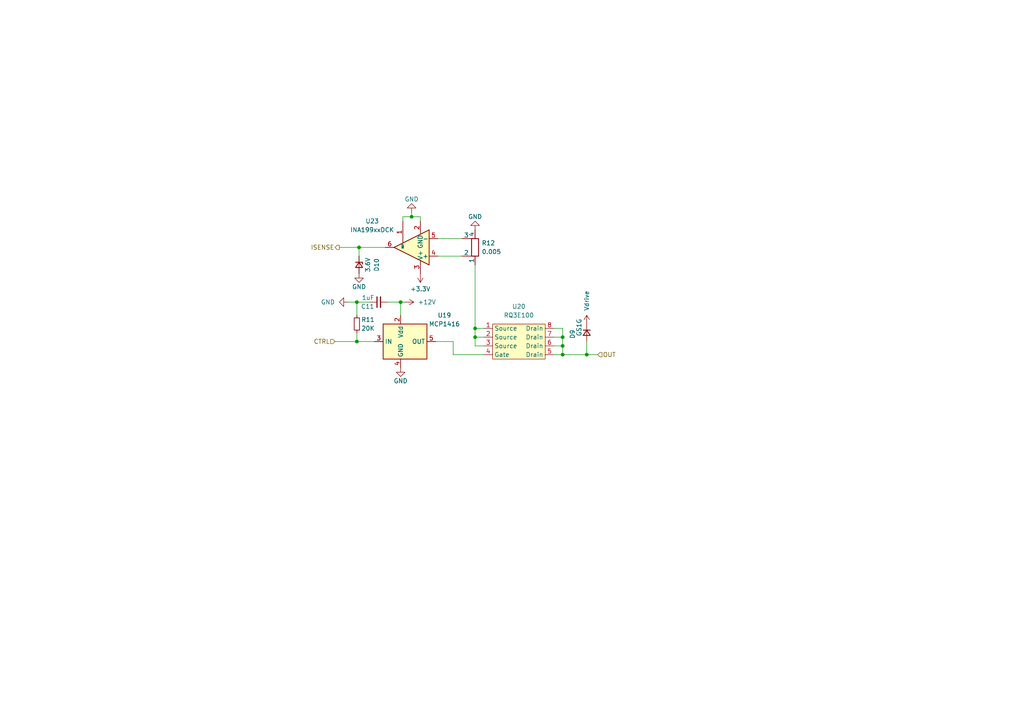
<source format=kicad_sch>
(kicad_sch (version 20230121) (generator eeschema)

  (uuid 977cc2b8-7582-407b-97c4-a1f3da031fcf)

  (paper "A4")

  (lib_symbols
    (symbol "Amplifier_Current:INA199xxDCK" (pin_names (offset 0.127)) (in_bom yes) (on_board yes)
      (property "Reference" "U" (at 3.81 3.81 0)
        (effects (font (size 1.27 1.27)) (justify left))
      )
      (property "Value" "INA199xxDCK" (at 3.81 -2.54 0)
        (effects (font (size 1.27 1.27)) (justify left))
      )
      (property "Footprint" "Package_TO_SOT_SMD:SOT-363_SC-70-6" (at 1.27 1.27 0)
        (effects (font (size 1.27 1.27)) hide)
      )
      (property "Datasheet" "http://www.ti.com/lit/ds/symlink/ina199.pdf" (at 3.81 3.81 0)
        (effects (font (size 1.27 1.27)) hide)
      )
      (property "ki_keywords" "current monitor shunt sensor bidirectional" (at 0 0 0)
        (effects (font (size 1.27 1.27)) hide)
      )
      (property "ki_description" "INA199 26-V, Bidirectional, Zero-Drift, Low- or High-Side, Voltage-Output, Current-Shunt Monitor, SOT-363, SC-70" (at 0 0 0)
        (effects (font (size 1.27 1.27)) hide)
      )
      (property "ki_fp_filters" "*SC?70*" (at 0 0 0)
        (effects (font (size 1.27 1.27)) hide)
      )
      (symbol "INA199xxDCK_0_1"
        (polyline
          (pts
            (xy 5.08 0)
            (xy -5.08 5.08)
            (xy -5.08 -5.08)
            (xy 5.08 0)
          )
          (stroke (width 0.254) (type default))
          (fill (type background))
        )
      )
      (symbol "INA199xxDCK_1_1"
        (pin input line (at 2.54 -7.62 90) (length 6.35)
          (name "REF" (effects (font (size 0.508 0.508))))
          (number "1" (effects (font (size 1.27 1.27))))
        )
        (pin power_in line (at -2.54 -7.62 90) (length 3.81)
          (name "GND" (effects (font (size 1.27 1.27))))
          (number "2" (effects (font (size 1.27 1.27))))
        )
        (pin power_in line (at -2.54 7.62 270) (length 3.81)
          (name "V+" (effects (font (size 1.27 1.27))))
          (number "3" (effects (font (size 1.27 1.27))))
        )
        (pin input line (at -7.62 2.54 0) (length 2.54)
          (name "+" (effects (font (size 1.27 1.27))))
          (number "4" (effects (font (size 1.27 1.27))))
        )
        (pin input line (at -7.62 -2.54 0) (length 2.54)
          (name "-" (effects (font (size 1.27 1.27))))
          (number "5" (effects (font (size 1.27 1.27))))
        )
        (pin output line (at 7.62 0 180) (length 2.54)
          (name "~" (effects (font (size 1.27 1.27))))
          (number "6" (effects (font (size 1.27 1.27))))
        )
      )
    )
    (symbol "CustomSymbols:RQ3E100" (in_bom yes) (on_board yes)
      (property "Reference" "U" (at 0 5.08 0)
        (effects (font (size 1.27 1.27)))
      )
      (property "Value" "RQ3E100" (at 0 2.54 0)
        (effects (font (size 1.27 1.27)))
      )
      (property "Footprint" "CustomFootprints:HSMT-8" (at 0 -13.97 0)
        (effects (font (size 1.27 1.27)) hide)
      )
      (property "Datasheet" "https://datasheet.lcsc.com/lcsc/2111241030_ROHM-Semicon-RQ3E100BNTB_C2924212.pdf" (at 0 -11.43 0)
        (effects (font (size 1.27 1.27)) hide)
      )
      (symbol "RQ3E100_0_1"
        (rectangle (start -7.62 1.27) (end 7.62 -8.89)
          (stroke (width 0) (type default))
          (fill (type background))
        )
      )
      (symbol "RQ3E100_1_1"
        (pin passive line (at -10.16 0 0) (length 2.54)
          (name "Source" (effects (font (size 1.27 1.27))))
          (number "1" (effects (font (size 1.27 1.27))))
        )
        (pin passive line (at -10.16 -2.54 0) (length 2.54)
          (name "Source" (effects (font (size 1.27 1.27))))
          (number "2" (effects (font (size 1.27 1.27))))
        )
        (pin passive line (at -10.16 -5.08 0) (length 2.54)
          (name "Source" (effects (font (size 1.27 1.27))))
          (number "3" (effects (font (size 1.27 1.27))))
        )
        (pin input line (at -10.16 -7.62 0) (length 2.54)
          (name "Gate" (effects (font (size 1.27 1.27))))
          (number "4" (effects (font (size 1.27 1.27))))
        )
        (pin passive line (at 10.16 -7.62 180) (length 2.54)
          (name "Drain" (effects (font (size 1.27 1.27))))
          (number "5" (effects (font (size 1.27 1.27))))
        )
        (pin passive line (at 10.16 -5.08 180) (length 2.54)
          (name "Drain" (effects (font (size 1.27 1.27))))
          (number "6" (effects (font (size 1.27 1.27))))
        )
        (pin passive line (at 10.16 -2.54 180) (length 2.54)
          (name "Drain" (effects (font (size 1.27 1.27))))
          (number "7" (effects (font (size 1.27 1.27))))
        )
        (pin passive line (at 10.16 0 180) (length 2.54)
          (name "Drain" (effects (font (size 1.27 1.27))))
          (number "8" (effects (font (size 1.27 1.27))))
        )
      )
    )
    (symbol "Device:C_Small" (pin_numbers hide) (pin_names (offset 0.254) hide) (in_bom yes) (on_board yes)
      (property "Reference" "C" (at 0.254 1.778 0)
        (effects (font (size 1.27 1.27)) (justify left))
      )
      (property "Value" "C_Small" (at 0.254 -2.032 0)
        (effects (font (size 1.27 1.27)) (justify left))
      )
      (property "Footprint" "" (at 0 0 0)
        (effects (font (size 1.27 1.27)) hide)
      )
      (property "Datasheet" "~" (at 0 0 0)
        (effects (font (size 1.27 1.27)) hide)
      )
      (property "ki_keywords" "capacitor cap" (at 0 0 0)
        (effects (font (size 1.27 1.27)) hide)
      )
      (property "ki_description" "Unpolarized capacitor, small symbol" (at 0 0 0)
        (effects (font (size 1.27 1.27)) hide)
      )
      (property "ki_fp_filters" "C_*" (at 0 0 0)
        (effects (font (size 1.27 1.27)) hide)
      )
      (symbol "C_Small_0_1"
        (polyline
          (pts
            (xy -1.524 -0.508)
            (xy 1.524 -0.508)
          )
          (stroke (width 0.3302) (type default))
          (fill (type none))
        )
        (polyline
          (pts
            (xy -1.524 0.508)
            (xy 1.524 0.508)
          )
          (stroke (width 0.3048) (type default))
          (fill (type none))
        )
      )
      (symbol "C_Small_1_1"
        (pin passive line (at 0 2.54 270) (length 2.032)
          (name "~" (effects (font (size 1.27 1.27))))
          (number "1" (effects (font (size 1.27 1.27))))
        )
        (pin passive line (at 0 -2.54 90) (length 2.032)
          (name "~" (effects (font (size 1.27 1.27))))
          (number "2" (effects (font (size 1.27 1.27))))
        )
      )
    )
    (symbol "Device:D_Small" (pin_numbers hide) (pin_names (offset 0.254) hide) (in_bom yes) (on_board yes)
      (property "Reference" "D" (at -1.27 2.032 0)
        (effects (font (size 1.27 1.27)) (justify left))
      )
      (property "Value" "D_Small" (at -3.81 -2.032 0)
        (effects (font (size 1.27 1.27)) (justify left))
      )
      (property "Footprint" "" (at 0 0 90)
        (effects (font (size 1.27 1.27)) hide)
      )
      (property "Datasheet" "~" (at 0 0 90)
        (effects (font (size 1.27 1.27)) hide)
      )
      (property "Sim.Device" "D" (at 0 0 0)
        (effects (font (size 1.27 1.27)) hide)
      )
      (property "Sim.Pins" "1=K 2=A" (at 0 0 0)
        (effects (font (size 1.27 1.27)) hide)
      )
      (property "ki_keywords" "diode" (at 0 0 0)
        (effects (font (size 1.27 1.27)) hide)
      )
      (property "ki_description" "Diode, small symbol" (at 0 0 0)
        (effects (font (size 1.27 1.27)) hide)
      )
      (property "ki_fp_filters" "TO-???* *_Diode_* *SingleDiode* D_*" (at 0 0 0)
        (effects (font (size 1.27 1.27)) hide)
      )
      (symbol "D_Small_0_1"
        (polyline
          (pts
            (xy -0.762 -1.016)
            (xy -0.762 1.016)
          )
          (stroke (width 0.254) (type default))
          (fill (type none))
        )
        (polyline
          (pts
            (xy -0.762 0)
            (xy 0.762 0)
          )
          (stroke (width 0) (type default))
          (fill (type none))
        )
        (polyline
          (pts
            (xy 0.762 -1.016)
            (xy -0.762 0)
            (xy 0.762 1.016)
            (xy 0.762 -1.016)
          )
          (stroke (width 0.254) (type default))
          (fill (type none))
        )
      )
      (symbol "D_Small_1_1"
        (pin passive line (at -2.54 0 0) (length 1.778)
          (name "K" (effects (font (size 1.27 1.27))))
          (number "1" (effects (font (size 1.27 1.27))))
        )
        (pin passive line (at 2.54 0 180) (length 1.778)
          (name "A" (effects (font (size 1.27 1.27))))
          (number "2" (effects (font (size 1.27 1.27))))
        )
      )
    )
    (symbol "Device:D_Zener_Small" (pin_numbers hide) (pin_names (offset 0.254) hide) (in_bom yes) (on_board yes)
      (property "Reference" "D" (at 0 2.286 0)
        (effects (font (size 1.27 1.27)))
      )
      (property "Value" "D_Zener_Small" (at 0 -2.286 0)
        (effects (font (size 1.27 1.27)))
      )
      (property "Footprint" "" (at 0 0 90)
        (effects (font (size 1.27 1.27)) hide)
      )
      (property "Datasheet" "~" (at 0 0 90)
        (effects (font (size 1.27 1.27)) hide)
      )
      (property "ki_keywords" "diode" (at 0 0 0)
        (effects (font (size 1.27 1.27)) hide)
      )
      (property "ki_description" "Zener diode, small symbol" (at 0 0 0)
        (effects (font (size 1.27 1.27)) hide)
      )
      (property "ki_fp_filters" "TO-???* *_Diode_* *SingleDiode* D_*" (at 0 0 0)
        (effects (font (size 1.27 1.27)) hide)
      )
      (symbol "D_Zener_Small_0_1"
        (polyline
          (pts
            (xy 0.762 0)
            (xy -0.762 0)
          )
          (stroke (width 0) (type default))
          (fill (type none))
        )
        (polyline
          (pts
            (xy -0.254 1.016)
            (xy -0.762 1.016)
            (xy -0.762 -1.016)
          )
          (stroke (width 0.254) (type default))
          (fill (type none))
        )
        (polyline
          (pts
            (xy 0.762 1.016)
            (xy -0.762 0)
            (xy 0.762 -1.016)
            (xy 0.762 1.016)
          )
          (stroke (width 0.254) (type default))
          (fill (type none))
        )
      )
      (symbol "D_Zener_Small_1_1"
        (pin passive line (at -2.54 0 0) (length 1.778)
          (name "K" (effects (font (size 1.27 1.27))))
          (number "1" (effects (font (size 1.27 1.27))))
        )
        (pin passive line (at 2.54 0 180) (length 1.778)
          (name "A" (effects (font (size 1.27 1.27))))
          (number "2" (effects (font (size 1.27 1.27))))
        )
      )
    )
    (symbol "Device:R_Shunt" (pin_numbers hide) (pin_names (offset 0)) (in_bom yes) (on_board yes)
      (property "Reference" "R" (at -4.445 0 90)
        (effects (font (size 1.27 1.27)))
      )
      (property "Value" "R_Shunt" (at -2.54 0 90)
        (effects (font (size 1.27 1.27)))
      )
      (property "Footprint" "" (at -1.778 0 90)
        (effects (font (size 1.27 1.27)) hide)
      )
      (property "Datasheet" "~" (at 0 0 0)
        (effects (font (size 1.27 1.27)) hide)
      )
      (property "ki_keywords" "R res shunt resistor" (at 0 0 0)
        (effects (font (size 1.27 1.27)) hide)
      )
      (property "ki_description" "Shunt resistor" (at 0 0 0)
        (effects (font (size 1.27 1.27)) hide)
      )
      (property "ki_fp_filters" "R_*Shunt*" (at 0 0 0)
        (effects (font (size 1.27 1.27)) hide)
      )
      (symbol "R_Shunt_0_1"
        (rectangle (start -1.016 -2.54) (end 1.016 2.54)
          (stroke (width 0.254) (type default))
          (fill (type none))
        )
        (polyline
          (pts
            (xy 0 -2.54)
            (xy 1.27 -2.54)
          )
          (stroke (width 0) (type default))
          (fill (type none))
        )
        (polyline
          (pts
            (xy 1.27 2.54)
            (xy 0 2.54)
          )
          (stroke (width 0) (type default))
          (fill (type none))
        )
      )
      (symbol "R_Shunt_1_1"
        (pin passive line (at 0 5.08 270) (length 2.54)
          (name "1" (effects (font (size 1.27 1.27))))
          (number "1" (effects (font (size 1.27 1.27))))
        )
        (pin passive line (at 3.81 2.54 180) (length 2.54)
          (name "2" (effects (font (size 1.27 1.27))))
          (number "2" (effects (font (size 1.27 1.27))))
        )
        (pin passive line (at 3.81 -2.54 180) (length 2.54)
          (name "3" (effects (font (size 1.27 1.27))))
          (number "3" (effects (font (size 1.27 1.27))))
        )
        (pin passive line (at 0 -5.08 90) (length 2.54)
          (name "4" (effects (font (size 1.27 1.27))))
          (number "4" (effects (font (size 1.27 1.27))))
        )
      )
    )
    (symbol "Device:R_Small" (pin_numbers hide) (pin_names (offset 0.254) hide) (in_bom yes) (on_board yes)
      (property "Reference" "R" (at 0.762 0.508 0)
        (effects (font (size 1.27 1.27)) (justify left))
      )
      (property "Value" "R_Small" (at 0.762 -1.016 0)
        (effects (font (size 1.27 1.27)) (justify left))
      )
      (property "Footprint" "" (at 0 0 0)
        (effects (font (size 1.27 1.27)) hide)
      )
      (property "Datasheet" "~" (at 0 0 0)
        (effects (font (size 1.27 1.27)) hide)
      )
      (property "ki_keywords" "R resistor" (at 0 0 0)
        (effects (font (size 1.27 1.27)) hide)
      )
      (property "ki_description" "Resistor, small symbol" (at 0 0 0)
        (effects (font (size 1.27 1.27)) hide)
      )
      (property "ki_fp_filters" "R_*" (at 0 0 0)
        (effects (font (size 1.27 1.27)) hide)
      )
      (symbol "R_Small_0_1"
        (rectangle (start -0.762 1.778) (end 0.762 -1.778)
          (stroke (width 0.2032) (type default))
          (fill (type none))
        )
      )
      (symbol "R_Small_1_1"
        (pin passive line (at 0 2.54 270) (length 0.762)
          (name "~" (effects (font (size 1.27 1.27))))
          (number "1" (effects (font (size 1.27 1.27))))
        )
        (pin passive line (at 0 -2.54 90) (length 0.762)
          (name "~" (effects (font (size 1.27 1.27))))
          (number "2" (effects (font (size 1.27 1.27))))
        )
      )
    )
    (symbol "Driver_FET:MCP1416" (in_bom yes) (on_board yes)
      (property "Reference" "U" (at -5.08 6.35 0)
        (effects (font (size 1.27 1.27)) (justify left))
      )
      (property "Value" "MCP1416" (at 1.27 6.35 0)
        (effects (font (size 1.27 1.27)) (justify left))
      )
      (property "Footprint" "Package_TO_SOT_SMD:SOT-23-5" (at 0 -10.16 0)
        (effects (font (size 1.27 1.27) italic) hide)
      )
      (property "Datasheet" "http://ww1.microchip.com/downloads/en/DeviceDoc/20002092F.pdf" (at -5.08 6.35 0)
        (effects (font (size 1.27 1.27)) hide)
      )
      (property "ki_keywords" "mosfet gate driver" (at 0 0 0)
        (effects (font (size 1.27 1.27)) hide)
      )
      (property "ki_description" "1.5A High speed power MOSFET driver with non-inverting output, SOT-23-5" (at 0 0 0)
        (effects (font (size 1.27 1.27)) hide)
      )
      (property "ki_fp_filters" "SOT?23*" (at 0 0 0)
        (effects (font (size 1.27 1.27)) hide)
      )
      (symbol "MCP1416_0_1"
        (rectangle (start -5.08 5.08) (end 7.62 -5.08)
          (stroke (width 0.254) (type default))
          (fill (type background))
        )
      )
      (symbol "MCP1416_1_1"
        (pin no_connect line (at 7.62 -2.54 180) (length 2.54) hide
          (name "NC" (effects (font (size 1.27 1.27))))
          (number "1" (effects (font (size 1.27 1.27))))
        )
        (pin power_in line (at 0 7.62 270) (length 2.54)
          (name "Vdd" (effects (font (size 1.27 1.27))))
          (number "2" (effects (font (size 1.27 1.27))))
        )
        (pin input line (at -7.62 0 0) (length 2.54)
          (name "IN" (effects (font (size 1.27 1.27))))
          (number "3" (effects (font (size 1.27 1.27))))
        )
        (pin power_in line (at 0 -7.62 90) (length 2.54)
          (name "GND" (effects (font (size 1.27 1.27))))
          (number "4" (effects (font (size 1.27 1.27))))
        )
        (pin output line (at 10.16 0 180) (length 2.54)
          (name "OUT" (effects (font (size 1.27 1.27))))
          (number "5" (effects (font (size 1.27 1.27))))
        )
      )
    )
    (symbol "power:+12V" (power) (pin_names (offset 0)) (in_bom yes) (on_board yes)
      (property "Reference" "#PWR" (at 0 -3.81 0)
        (effects (font (size 1.27 1.27)) hide)
      )
      (property "Value" "+12V" (at 0 3.556 0)
        (effects (font (size 1.27 1.27)))
      )
      (property "Footprint" "" (at 0 0 0)
        (effects (font (size 1.27 1.27)) hide)
      )
      (property "Datasheet" "" (at 0 0 0)
        (effects (font (size 1.27 1.27)) hide)
      )
      (property "ki_keywords" "global power" (at 0 0 0)
        (effects (font (size 1.27 1.27)) hide)
      )
      (property "ki_description" "Power symbol creates a global label with name \"+12V\"" (at 0 0 0)
        (effects (font (size 1.27 1.27)) hide)
      )
      (symbol "+12V_0_1"
        (polyline
          (pts
            (xy -0.762 1.27)
            (xy 0 2.54)
          )
          (stroke (width 0) (type default))
          (fill (type none))
        )
        (polyline
          (pts
            (xy 0 0)
            (xy 0 2.54)
          )
          (stroke (width 0) (type default))
          (fill (type none))
        )
        (polyline
          (pts
            (xy 0 2.54)
            (xy 0.762 1.27)
          )
          (stroke (width 0) (type default))
          (fill (type none))
        )
      )
      (symbol "+12V_1_1"
        (pin power_in line (at 0 0 90) (length 0) hide
          (name "+12V" (effects (font (size 1.27 1.27))))
          (number "1" (effects (font (size 1.27 1.27))))
        )
      )
    )
    (symbol "power:+3.3V" (power) (pin_names (offset 0)) (in_bom yes) (on_board yes)
      (property "Reference" "#PWR" (at 0 -3.81 0)
        (effects (font (size 1.27 1.27)) hide)
      )
      (property "Value" "+3.3V" (at 0 3.556 0)
        (effects (font (size 1.27 1.27)))
      )
      (property "Footprint" "" (at 0 0 0)
        (effects (font (size 1.27 1.27)) hide)
      )
      (property "Datasheet" "" (at 0 0 0)
        (effects (font (size 1.27 1.27)) hide)
      )
      (property "ki_keywords" "global power" (at 0 0 0)
        (effects (font (size 1.27 1.27)) hide)
      )
      (property "ki_description" "Power symbol creates a global label with name \"+3.3V\"" (at 0 0 0)
        (effects (font (size 1.27 1.27)) hide)
      )
      (symbol "+3.3V_0_1"
        (polyline
          (pts
            (xy -0.762 1.27)
            (xy 0 2.54)
          )
          (stroke (width 0) (type default))
          (fill (type none))
        )
        (polyline
          (pts
            (xy 0 0)
            (xy 0 2.54)
          )
          (stroke (width 0) (type default))
          (fill (type none))
        )
        (polyline
          (pts
            (xy 0 2.54)
            (xy 0.762 1.27)
          )
          (stroke (width 0) (type default))
          (fill (type none))
        )
      )
      (symbol "+3.3V_1_1"
        (pin power_in line (at 0 0 90) (length 0) hide
          (name "+3.3V" (effects (font (size 1.27 1.27))))
          (number "1" (effects (font (size 1.27 1.27))))
        )
      )
    )
    (symbol "power:GND" (power) (pin_names (offset 0)) (in_bom yes) (on_board yes)
      (property "Reference" "#PWR" (at 0 -6.35 0)
        (effects (font (size 1.27 1.27)) hide)
      )
      (property "Value" "GND" (at 0 -3.81 0)
        (effects (font (size 1.27 1.27)))
      )
      (property "Footprint" "" (at 0 0 0)
        (effects (font (size 1.27 1.27)) hide)
      )
      (property "Datasheet" "" (at 0 0 0)
        (effects (font (size 1.27 1.27)) hide)
      )
      (property "ki_keywords" "global power" (at 0 0 0)
        (effects (font (size 1.27 1.27)) hide)
      )
      (property "ki_description" "Power symbol creates a global label with name \"GND\" , ground" (at 0 0 0)
        (effects (font (size 1.27 1.27)) hide)
      )
      (symbol "GND_0_1"
        (polyline
          (pts
            (xy 0 0)
            (xy 0 -1.27)
            (xy 1.27 -1.27)
            (xy 0 -2.54)
            (xy -1.27 -1.27)
            (xy 0 -1.27)
          )
          (stroke (width 0) (type default))
          (fill (type none))
        )
      )
      (symbol "GND_1_1"
        (pin power_in line (at 0 0 270) (length 0) hide
          (name "GND" (effects (font (size 1.27 1.27))))
          (number "1" (effects (font (size 1.27 1.27))))
        )
      )
    )
    (symbol "power:Vdrive" (power) (pin_names (offset 0)) (in_bom yes) (on_board yes)
      (property "Reference" "#PWR" (at -5.08 -3.81 0)
        (effects (font (size 1.27 1.27)) hide)
      )
      (property "Value" "Vdrive" (at 0 3.81 0)
        (effects (font (size 1.27 1.27)))
      )
      (property "Footprint" "" (at 0 0 0)
        (effects (font (size 1.27 1.27)) hide)
      )
      (property "Datasheet" "" (at 0 0 0)
        (effects (font (size 1.27 1.27)) hide)
      )
      (property "ki_keywords" "global power" (at 0 0 0)
        (effects (font (size 1.27 1.27)) hide)
      )
      (property "ki_description" "Power symbol creates a global label with name \"Vdrive\"" (at 0 0 0)
        (effects (font (size 1.27 1.27)) hide)
      )
      (symbol "Vdrive_0_1"
        (polyline
          (pts
            (xy -0.762 1.27)
            (xy 0 2.54)
          )
          (stroke (width 0) (type default))
          (fill (type none))
        )
        (polyline
          (pts
            (xy 0 0)
            (xy 0 2.54)
          )
          (stroke (width 0) (type default))
          (fill (type none))
        )
        (polyline
          (pts
            (xy 0 2.54)
            (xy 0.762 1.27)
          )
          (stroke (width 0) (type default))
          (fill (type none))
        )
      )
      (symbol "Vdrive_1_1"
        (pin power_in line (at 0 0 90) (length 0) hide
          (name "Vdrive" (effects (font (size 1.27 1.27))))
          (number "1" (effects (font (size 1.27 1.27))))
        )
      )
    )
  )

  (junction (at 137.795 95.25) (diameter 0) (color 0 0 0 0)
    (uuid 139e3cde-a80e-4fc1-a47a-a0ac4f36d44b)
  )
  (junction (at 137.795 97.79) (diameter 0) (color 0 0 0 0)
    (uuid 5dc1b1a0-334e-4b81-bbd1-ce2f53c0e40a)
  )
  (junction (at 163.195 100.33) (diameter 0) (color 0 0 0 0)
    (uuid 70b7bfb1-92b7-4408-80a0-29847a6e594c)
  )
  (junction (at 116.205 87.63) (diameter 0) (color 0 0 0 0)
    (uuid 7af45969-7a2c-4734-84a9-70c52b9ae4f8)
  )
  (junction (at 119.38 62.865) (diameter 0) (color 0 0 0 0)
    (uuid 830eb8e4-7365-4d74-a1b8-2550ba2767d5)
  )
  (junction (at 103.505 99.06) (diameter 0) (color 0 0 0 0)
    (uuid a5f729bf-0672-42d7-b5cc-7ed5043a2cce)
  )
  (junction (at 163.195 102.87) (diameter 0) (color 0 0 0 0)
    (uuid bdae56f7-1b0b-4fda-b75b-f8fbeb0c99c3)
  )
  (junction (at 103.505 87.63) (diameter 0) (color 0 0 0 0)
    (uuid c0499ea6-11bc-4101-8ba7-69ae797abf16)
  )
  (junction (at 163.195 97.79) (diameter 0) (color 0 0 0 0)
    (uuid da89e4ea-0f04-4d86-a3c6-d4f1d8ab2d7e)
  )
  (junction (at 104.14 71.755) (diameter 0) (color 0 0 0 0)
    (uuid f5359020-1b3f-48bf-a5c1-8c995558f435)
  )
  (junction (at 170.18 102.87) (diameter 0) (color 0 0 0 0)
    (uuid f97c0917-6e4e-45fe-b7eb-1d7bf2807e1e)
  )

  (wire (pts (xy 170.18 102.87) (xy 173.355 102.87))
    (stroke (width 0) (type default))
    (uuid 02ff5254-92a4-4d0f-82da-39f055f5cc8f)
  )
  (wire (pts (xy 104.14 71.755) (xy 104.14 74.295))
    (stroke (width 0) (type default))
    (uuid 07118f1e-6d43-4246-a869-a3a310c7fe48)
  )
  (wire (pts (xy 137.795 97.79) (xy 137.795 95.25))
    (stroke (width 0) (type default))
    (uuid 0cd0a148-1864-4d57-b13f-e8253343736f)
  )
  (wire (pts (xy 131.445 102.87) (xy 131.445 99.06))
    (stroke (width 0) (type default))
    (uuid 176f6d7f-c7de-4ef8-8bdd-15269f6ba00a)
  )
  (wire (pts (xy 104.14 71.755) (xy 111.76 71.755))
    (stroke (width 0) (type default))
    (uuid 224b4b8f-c77f-4f18-82b1-1e55fd717972)
  )
  (wire (pts (xy 103.505 87.63) (xy 103.505 91.44))
    (stroke (width 0) (type default))
    (uuid 22e6962c-aa85-4854-8150-57fa68af2b22)
  )
  (wire (pts (xy 116.205 87.63) (xy 116.205 91.44))
    (stroke (width 0) (type default))
    (uuid 3f02ddac-87d9-4a64-94ce-f757507e6a4b)
  )
  (wire (pts (xy 137.795 95.25) (xy 140.335 95.25))
    (stroke (width 0) (type default))
    (uuid 41f7559a-95b4-4647-acc6-ec35d613bd4b)
  )
  (wire (pts (xy 103.505 96.52) (xy 103.505 99.06))
    (stroke (width 0) (type default))
    (uuid 43d41045-712d-49cd-8ed1-1d70eb0ec106)
  )
  (wire (pts (xy 117.475 87.63) (xy 116.205 87.63))
    (stroke (width 0) (type default))
    (uuid 45c4404b-1cb7-45c7-89d7-1ce64f7f8216)
  )
  (wire (pts (xy 97.155 99.06) (xy 103.505 99.06))
    (stroke (width 0) (type default))
    (uuid 54d4943a-cb79-48cc-bc58-772ad66c868c)
  )
  (wire (pts (xy 107.315 87.63) (xy 103.505 87.63))
    (stroke (width 0) (type default))
    (uuid 56216834-7476-456b-8c0a-0d980e2be73e)
  )
  (wire (pts (xy 137.795 76.835) (xy 137.795 95.25))
    (stroke (width 0) (type default))
    (uuid 56563e11-3532-4831-bf21-aafff83b2ada)
  )
  (wire (pts (xy 140.335 100.33) (xy 137.795 100.33))
    (stroke (width 0) (type default))
    (uuid 5aee8ed1-a34d-40d5-95d6-c69a79bbdda5)
  )
  (wire (pts (xy 100.965 87.63) (xy 103.505 87.63))
    (stroke (width 0) (type default))
    (uuid 6031721c-526e-4891-b743-a9a7652b534d)
  )
  (wire (pts (xy 112.395 87.63) (xy 116.205 87.63))
    (stroke (width 0) (type default))
    (uuid 63f212b9-11f6-4c2c-b980-1ef19ec1a361)
  )
  (wire (pts (xy 163.195 102.87) (xy 170.18 102.87))
    (stroke (width 0) (type default))
    (uuid 6c8d7185-062f-4a3b-9904-9a705fa983b0)
  )
  (wire (pts (xy 119.38 61.595) (xy 119.38 62.865))
    (stroke (width 0) (type default))
    (uuid 8d25ef5c-6435-4468-aca7-c1545179e65e)
  )
  (wire (pts (xy 121.92 64.135) (xy 121.92 62.865))
    (stroke (width 0) (type default))
    (uuid 957dccf8-37a7-4af4-a59b-751b09ad8ca2)
  )
  (wire (pts (xy 137.795 97.79) (xy 140.335 97.79))
    (stroke (width 0) (type default))
    (uuid 9b6d9067-1006-46ed-9024-06bcedd2aff0)
  )
  (wire (pts (xy 160.655 97.79) (xy 163.195 97.79))
    (stroke (width 0) (type default))
    (uuid 9bcec2f3-e490-4c4f-aafd-1c910982ab56)
  )
  (wire (pts (xy 163.195 95.25) (xy 160.655 95.25))
    (stroke (width 0) (type default))
    (uuid a76a6f84-b8b6-4033-9083-ac69acc65b32)
  )
  (wire (pts (xy 170.18 99.06) (xy 170.18 102.87))
    (stroke (width 0) (type default))
    (uuid aba6a05c-1e43-4a3e-a915-aeeb8b4aeb83)
  )
  (wire (pts (xy 131.445 99.06) (xy 126.365 99.06))
    (stroke (width 0) (type default))
    (uuid be5af29f-edd2-47fd-84c0-96418176d492)
  )
  (wire (pts (xy 163.195 100.33) (xy 163.195 97.79))
    (stroke (width 0) (type default))
    (uuid c4a84de0-e426-4064-99cb-ec10b908cee6)
  )
  (wire (pts (xy 116.84 62.865) (xy 116.84 64.135))
    (stroke (width 0) (type default))
    (uuid c5fc35f0-ab19-4317-8011-dfd03b955d12)
  )
  (wire (pts (xy 98.425 71.755) (xy 104.14 71.755))
    (stroke (width 0) (type default))
    (uuid cc9e664f-0933-4b3c-9b7f-92865a9ae80b)
  )
  (wire (pts (xy 140.335 102.87) (xy 131.445 102.87))
    (stroke (width 0) (type default))
    (uuid cd9e5341-820c-4ade-be99-21d50842efcc)
  )
  (wire (pts (xy 163.195 97.79) (xy 163.195 95.25))
    (stroke (width 0) (type default))
    (uuid d199481a-3c73-473b-85f5-36f57c36cead)
  )
  (wire (pts (xy 137.795 100.33) (xy 137.795 97.79))
    (stroke (width 0) (type default))
    (uuid d8e09878-9bed-41d0-9c90-5fb6ca36fb65)
  )
  (wire (pts (xy 119.38 62.865) (xy 116.84 62.865))
    (stroke (width 0) (type default))
    (uuid d9c4f480-2cb6-4dc8-8c2d-bfdfd0b51268)
  )
  (wire (pts (xy 119.38 62.865) (xy 121.92 62.865))
    (stroke (width 0) (type default))
    (uuid dd5f1fba-b511-486b-93de-58db66567724)
  )
  (wire (pts (xy 160.655 100.33) (xy 163.195 100.33))
    (stroke (width 0) (type default))
    (uuid e16d5526-50f0-4ca5-8384-7c15df8b23c6)
  )
  (wire (pts (xy 103.505 99.06) (xy 108.585 99.06))
    (stroke (width 0) (type default))
    (uuid e3515cd6-37e9-4522-b9b4-86cc96e2482b)
  )
  (wire (pts (xy 127 69.215) (xy 133.985 69.215))
    (stroke (width 0) (type default))
    (uuid e64f41df-a2f1-4653-9599-b0540f450f90)
  )
  (wire (pts (xy 163.195 102.87) (xy 163.195 100.33))
    (stroke (width 0) (type default))
    (uuid eb1c32c0-c9cc-4d50-ac74-27b7815ee7de)
  )
  (wire (pts (xy 127 74.295) (xy 133.985 74.295))
    (stroke (width 0) (type default))
    (uuid f56ca455-8eb9-447c-8495-ee1481bc9c65)
  )
  (wire (pts (xy 160.655 102.87) (xy 163.195 102.87))
    (stroke (width 0) (type default))
    (uuid f7dad7ad-1a9c-48d4-adab-9f8075a2168f)
  )

  (hierarchical_label "CTRL" (shape input) (at 97.155 99.06 180) (fields_autoplaced)
    (effects (font (size 1.27 1.27)) (justify right))
    (uuid 2ef2abf7-ba67-4e24-8d19-33cae059a641)
  )
  (hierarchical_label "ISENSE" (shape output) (at 98.425 71.755 180) (fields_autoplaced)
    (effects (font (size 1.27 1.27)) (justify right))
    (uuid d896f11d-f060-49bd-9dbc-b3c70f2882e6)
  )
  (hierarchical_label "OUT" (shape input) (at 173.355 102.87 0) (fields_autoplaced)
    (effects (font (size 1.27 1.27)) (justify left))
    (uuid d9eb55b1-378e-4b47-9c93-391b0c8eb783)
  )

  (symbol (lib_id "power:+3.3V") (at 121.92 79.375 180) (unit 1)
    (in_bom yes) (on_board yes) (dnp no) (fields_autoplaced)
    (uuid 204a8734-0dd3-4451-88d4-5a423606e172)
    (property "Reference" "#PWR073" (at 121.92 75.565 0)
      (effects (font (size 1.27 1.27)) hide)
    )
    (property "Value" "+3.3V" (at 121.92 83.82 0)
      (effects (font (size 1.27 1.27)))
    )
    (property "Footprint" "" (at 121.92 79.375 0)
      (effects (font (size 1.27 1.27)) hide)
    )
    (property "Datasheet" "" (at 121.92 79.375 0)
      (effects (font (size 1.27 1.27)) hide)
    )
    (pin "1" (uuid 74bd5466-f7f3-4b69-abc1-ddfed8e99b0c))
    (instances
      (project "ecu-kicad-v0.4"
        (path "/36cc65d2-4dd3-4f51-bcce-4252e60c9ae8/786c8415-1305-4598-963d-843f7f154a96/64f49881-3157-4073-b83e-d9cba26a7f27"
          (reference "#PWR073") (unit 1)
        )
        (path "/36cc65d2-4dd3-4f51-bcce-4252e60c9ae8/786c8415-1305-4598-963d-843f7f154a96/b1d345e9-2e9c-457a-a0b4-7532a447bfe6"
          (reference "#PWR073") (unit 1)
        )
      )
    )
  )

  (symbol (lib_id "power:GND") (at 100.965 87.63 270) (unit 1)
    (in_bom yes) (on_board yes) (dnp no) (fields_autoplaced)
    (uuid 2bb2664a-d443-4d94-bd83-8f76cfe498f0)
    (property "Reference" "#PWR064" (at 94.615 87.63 0)
      (effects (font (size 1.27 1.27)) hide)
    )
    (property "Value" "GND" (at 97.155 87.63 90)
      (effects (font (size 1.27 1.27)) (justify right))
    )
    (property "Footprint" "" (at 100.965 87.63 0)
      (effects (font (size 1.27 1.27)) hide)
    )
    (property "Datasheet" "" (at 100.965 87.63 0)
      (effects (font (size 1.27 1.27)) hide)
    )
    (pin "1" (uuid 6054ef9d-6cc1-48cb-973c-35f6729b2cdd))
    (instances
      (project "ecu-kicad-v0.4"
        (path "/36cc65d2-4dd3-4f51-bcce-4252e60c9ae8/786c8415-1305-4598-963d-843f7f154a96/64f49881-3157-4073-b83e-d9cba26a7f27"
          (reference "#PWR064") (unit 1)
        )
        (path "/36cc65d2-4dd3-4f51-bcce-4252e60c9ae8/786c8415-1305-4598-963d-843f7f154a96/b1d345e9-2e9c-457a-a0b4-7532a447bfe6"
          (reference "#PWR064") (unit 1)
        )
      )
    )
  )

  (symbol (lib_id "Device:D_Zener_Small") (at 104.14 76.835 270) (unit 1)
    (in_bom yes) (on_board yes) (dnp no)
    (uuid 31971e11-32c9-494a-9748-947176778575)
    (property "Reference" "D10" (at 109.22 76.835 0)
      (effects (font (size 1.27 1.27)))
    )
    (property "Value" "3.6V" (at 106.68 76.835 0)
      (effects (font (size 1.27 1.27)))
    )
    (property "Footprint" "Diode_SMD:D_SOD-323" (at 104.14 76.835 90)
      (effects (font (size 1.27 1.27)) hide)
    )
    (property "Datasheet" "~" (at 104.14 76.835 90)
      (effects (font (size 1.27 1.27)) hide)
    )
    (property "LCSC" "C5270767" (at 104.14 76.835 90)
      (effects (font (size 1.27 1.27)) hide)
    )
    (pin "2" (uuid f2ae68b1-0893-4ecd-90f4-d9bf7b5c1482))
    (pin "1" (uuid 9ec2ca75-fd7e-4fa0-9634-59c3e1a08ab0))
    (instances
      (project "ecu-kicad-v0.4"
        (path "/36cc65d2-4dd3-4f51-bcce-4252e60c9ae8/786c8415-1305-4598-963d-843f7f154a96/64f49881-3157-4073-b83e-d9cba26a7f27"
          (reference "D10") (unit 1)
        )
        (path "/36cc65d2-4dd3-4f51-bcce-4252e60c9ae8/786c8415-1305-4598-963d-843f7f154a96/b1d345e9-2e9c-457a-a0b4-7532a447bfe6"
          (reference "D10") (unit 1)
        )
      )
    )
  )

  (symbol (lib_id "power:GND") (at 104.14 79.375 0) (unit 1)
    (in_bom yes) (on_board yes) (dnp no)
    (uuid 3272ac54-7084-4ea2-8c3a-5f4eca523542)
    (property "Reference" "#PWR077" (at 104.14 85.725 0)
      (effects (font (size 1.27 1.27)) hide)
    )
    (property "Value" "GND" (at 104.14 83.185 0)
      (effects (font (size 1.27 1.27)))
    )
    (property "Footprint" "" (at 104.14 79.375 0)
      (effects (font (size 1.27 1.27)) hide)
    )
    (property "Datasheet" "" (at 104.14 79.375 0)
      (effects (font (size 1.27 1.27)) hide)
    )
    (pin "1" (uuid 6c9febc1-f1cb-4cde-97d3-2948cc02db52))
    (instances
      (project "ecu-kicad-v0.4"
        (path "/36cc65d2-4dd3-4f51-bcce-4252e60c9ae8/786c8415-1305-4598-963d-843f7f154a96/64f49881-3157-4073-b83e-d9cba26a7f27"
          (reference "#PWR077") (unit 1)
        )
        (path "/36cc65d2-4dd3-4f51-bcce-4252e60c9ae8/786c8415-1305-4598-963d-843f7f154a96/b1d345e9-2e9c-457a-a0b4-7532a447bfe6"
          (reference "#PWR077") (unit 1)
        )
      )
    )
  )

  (symbol (lib_id "CustomSymbols:RQ3E100") (at 150.495 95.25 0) (unit 1)
    (in_bom yes) (on_board yes) (dnp no) (fields_autoplaced)
    (uuid 3390573a-ea60-4e12-a1c6-b42776667dfd)
    (property "Reference" "U20" (at 150.495 88.9 0)
      (effects (font (size 1.27 1.27)))
    )
    (property "Value" "RQ3E100" (at 150.495 91.44 0)
      (effects (font (size 1.27 1.27)))
    )
    (property "Footprint" "CustomFootprints:HSMT-8" (at 150.495 109.22 0)
      (effects (font (size 1.27 1.27)) hide)
    )
    (property "Datasheet" "https://datasheet.lcsc.com/lcsc/2111241030_ROHM-Semicon-RQ3E100BNTB_C2924212.pdf" (at 150.495 106.68 0)
      (effects (font (size 1.27 1.27)) hide)
    )
    (property "LCSC" "C2924212" (at 150.495 95.25 0)
      (effects (font (size 1.27 1.27)) hide)
    )
    (pin "1" (uuid 804362a5-708a-4f27-84ab-5281b7f8367e))
    (pin "2" (uuid 08d208cf-624e-41e5-8979-222d9cbb18fa))
    (pin "3" (uuid c158ea63-f19e-4621-ab61-30eae1691096))
    (pin "8" (uuid 9d48dbec-9414-4797-834b-dbf024682f61))
    (pin "6" (uuid 6ff99ceb-dc2e-4859-b59f-f574edd69e38))
    (pin "5" (uuid 210c4a16-7770-4793-ad8f-72a0835589c2))
    (pin "4" (uuid a0f62ff4-22dc-4354-b5af-172a5e87b161))
    (pin "7" (uuid fa1e11a2-6608-4bff-936f-54f3014a1f90))
    (instances
      (project "ecu-kicad-v0.4"
        (path "/36cc65d2-4dd3-4f51-bcce-4252e60c9ae8/786c8415-1305-4598-963d-843f7f154a96/64f49881-3157-4073-b83e-d9cba26a7f27"
          (reference "U20") (unit 1)
        )
        (path "/36cc65d2-4dd3-4f51-bcce-4252e60c9ae8/786c8415-1305-4598-963d-843f7f154a96/b1d345e9-2e9c-457a-a0b4-7532a447bfe6"
          (reference "U20") (unit 1)
        )
      )
    )
  )

  (symbol (lib_id "Driver_FET:MCP1416") (at 116.205 99.06 0) (unit 1)
    (in_bom yes) (on_board yes) (dnp no)
    (uuid 370b2f3b-485c-46ff-b808-c70b390f6215)
    (property "Reference" "U19" (at 128.905 91.44 0)
      (effects (font (size 1.27 1.27)))
    )
    (property "Value" "MCP1416" (at 128.905 93.98 0)
      (effects (font (size 1.27 1.27)))
    )
    (property "Footprint" "Package_TO_SOT_SMD:SOT-23-5" (at 116.205 109.22 0)
      (effects (font (size 1.27 1.27) italic) hide)
    )
    (property "Datasheet" "http://ww1.microchip.com/downloads/en/DeviceDoc/20002092F.pdf" (at 111.125 92.71 0)
      (effects (font (size 1.27 1.27)) hide)
    )
    (property "LCSC" "C18195002" (at 116.205 99.06 0)
      (effects (font (size 1.27 1.27)) hide)
    )
    (pin "1" (uuid 2646026d-1a06-4241-bbf8-55d7d05a8cd8))
    (pin "5" (uuid 223f47ff-35ea-4856-b74d-66fa0455a91e))
    (pin "4" (uuid f38de173-d23a-4fbe-9af6-6f2c963e385f))
    (pin "2" (uuid d8e35129-0f29-4494-8044-8a8f7371838b))
    (pin "3" (uuid 87d1f777-6a78-4de0-9986-cfdbb167ca2b))
    (instances
      (project "ecu-kicad-v0.4"
        (path "/36cc65d2-4dd3-4f51-bcce-4252e60c9ae8/786c8415-1305-4598-963d-843f7f154a96/b1d345e9-2e9c-457a-a0b4-7532a447bfe6"
          (reference "U19") (unit 1)
        )
        (path "/36cc65d2-4dd3-4f51-bcce-4252e60c9ae8/786c8415-1305-4598-963d-843f7f154a96/64f49881-3157-4073-b83e-d9cba26a7f27"
          (reference "U19") (unit 1)
        )
      )
    )
  )

  (symbol (lib_id "Amplifier_Current:INA199xxDCK") (at 119.38 71.755 180) (unit 1)
    (in_bom yes) (on_board yes) (dnp no)
    (uuid 53f88ee4-cd60-4c10-b7ba-7be4c8202b3d)
    (property "Reference" "U23" (at 107.95 64.135 0)
      (effects (font (size 1.27 1.27)))
    )
    (property "Value" "INA199xxDCK" (at 107.95 66.675 0)
      (effects (font (size 1.27 1.27)))
    )
    (property "Footprint" "Package_TO_SOT_SMD:SOT-363_SC-70-6" (at 118.11 73.025 0)
      (effects (font (size 1.27 1.27)) hide)
    )
    (property "Datasheet" "http://www.ti.com/lit/ds/symlink/ina199.pdf" (at 115.57 75.565 0)
      (effects (font (size 1.27 1.27)) hide)
    )
    (property "LCSC" "C59135" (at 119.38 71.755 0)
      (effects (font (size 1.27 1.27)) hide)
    )
    (pin "2" (uuid 41610438-211e-4d50-9971-3ead5419fe8e))
    (pin "1" (uuid 3f7c713c-5f6f-4903-b12b-1d48ff9d1c89))
    (pin "3" (uuid e75efc08-8c07-4445-844a-9771ef6f0f65))
    (pin "4" (uuid 815f143f-2906-4c25-b9e8-a37a0046a3fc))
    (pin "5" (uuid afc15e07-9dcf-47dc-80dd-8deb80388072))
    (pin "6" (uuid 88dc218f-d885-4047-9922-bbfcb997b1c3))
    (instances
      (project "ecu-kicad-v0.4"
        (path "/36cc65d2-4dd3-4f51-bcce-4252e60c9ae8/786c8415-1305-4598-963d-843f7f154a96/64f49881-3157-4073-b83e-d9cba26a7f27"
          (reference "U23") (unit 1)
        )
        (path "/36cc65d2-4dd3-4f51-bcce-4252e60c9ae8/786c8415-1305-4598-963d-843f7f154a96/b1d345e9-2e9c-457a-a0b4-7532a447bfe6"
          (reference "U23") (unit 1)
        )
      )
    )
  )

  (symbol (lib_id "power:GND") (at 116.205 106.68 0) (unit 1)
    (in_bom yes) (on_board yes) (dnp no)
    (uuid 5dd29ab2-ee33-45a0-a56d-00da3a9e0dbb)
    (property "Reference" "#PWR065" (at 116.205 113.03 0)
      (effects (font (size 1.27 1.27)) hide)
    )
    (property "Value" "GND" (at 116.205 110.49 0)
      (effects (font (size 1.27 1.27)))
    )
    (property "Footprint" "" (at 116.205 106.68 0)
      (effects (font (size 1.27 1.27)) hide)
    )
    (property "Datasheet" "" (at 116.205 106.68 0)
      (effects (font (size 1.27 1.27)) hide)
    )
    (pin "1" (uuid 86c53753-e586-4314-929a-cdba4962b170))
    (instances
      (project "ecu-kicad-v0.4"
        (path "/36cc65d2-4dd3-4f51-bcce-4252e60c9ae8/786c8415-1305-4598-963d-843f7f154a96/64f49881-3157-4073-b83e-d9cba26a7f27"
          (reference "#PWR065") (unit 1)
        )
        (path "/36cc65d2-4dd3-4f51-bcce-4252e60c9ae8/786c8415-1305-4598-963d-843f7f154a96/b1d345e9-2e9c-457a-a0b4-7532a447bfe6"
          (reference "#PWR065") (unit 1)
        )
      )
    )
  )

  (symbol (lib_id "power:Vdrive") (at 170.18 93.98 0) (unit 1)
    (in_bom yes) (on_board yes) (dnp no)
    (uuid 61d172aa-282c-4a84-91be-d39b99a20223)
    (property "Reference" "#PWR072" (at 165.1 97.79 0)
      (effects (font (size 1.27 1.27)) hide)
    )
    (property "Value" "Vdrive" (at 170.18 90.17 90)
      (effects (font (size 1.27 1.27)) (justify left))
    )
    (property "Footprint" "" (at 170.18 93.98 0)
      (effects (font (size 1.27 1.27)) hide)
    )
    (property "Datasheet" "" (at 170.18 93.98 0)
      (effects (font (size 1.27 1.27)) hide)
    )
    (pin "1" (uuid acd58d4c-8f10-4f9f-b399-a3dddaa42e4b))
    (instances
      (project "ecu-kicad-v0.4"
        (path "/36cc65d2-4dd3-4f51-bcce-4252e60c9ae8/786c8415-1305-4598-963d-843f7f154a96/64f49881-3157-4073-b83e-d9cba26a7f27"
          (reference "#PWR072") (unit 1)
        )
        (path "/36cc65d2-4dd3-4f51-bcce-4252e60c9ae8/786c8415-1305-4598-963d-843f7f154a96/b1d345e9-2e9c-457a-a0b4-7532a447bfe6"
          (reference "#PWR072") (unit 1)
        )
      )
    )
  )

  (symbol (lib_id "power:GND") (at 119.38 61.595 180) (unit 1)
    (in_bom yes) (on_board yes) (dnp no)
    (uuid 7eae2a91-e99b-4acc-a897-99cfe15c0789)
    (property "Reference" "#PWR076" (at 119.38 55.245 0)
      (effects (font (size 1.27 1.27)) hide)
    )
    (property "Value" "GND" (at 119.38 57.785 0)
      (effects (font (size 1.27 1.27)))
    )
    (property "Footprint" "" (at 119.38 61.595 0)
      (effects (font (size 1.27 1.27)) hide)
    )
    (property "Datasheet" "" (at 119.38 61.595 0)
      (effects (font (size 1.27 1.27)) hide)
    )
    (pin "1" (uuid 1ce0d865-1ade-4e5b-8519-d2569123c922))
    (instances
      (project "ecu-kicad-v0.4"
        (path "/36cc65d2-4dd3-4f51-bcce-4252e60c9ae8/786c8415-1305-4598-963d-843f7f154a96/64f49881-3157-4073-b83e-d9cba26a7f27"
          (reference "#PWR076") (unit 1)
        )
        (path "/36cc65d2-4dd3-4f51-bcce-4252e60c9ae8/786c8415-1305-4598-963d-843f7f154a96/b1d345e9-2e9c-457a-a0b4-7532a447bfe6"
          (reference "#PWR076") (unit 1)
        )
      )
    )
  )

  (symbol (lib_id "power:GND") (at 137.795 66.675 180) (unit 1)
    (in_bom yes) (on_board yes) (dnp no)
    (uuid 8e1833b4-1f64-4fec-aeaa-e3d60ec3b00f)
    (property "Reference" "#PWR069" (at 137.795 60.325 0)
      (effects (font (size 1.27 1.27)) hide)
    )
    (property "Value" "GND" (at 137.795 62.865 0)
      (effects (font (size 1.27 1.27)))
    )
    (property "Footprint" "" (at 137.795 66.675 0)
      (effects (font (size 1.27 1.27)) hide)
    )
    (property "Datasheet" "" (at 137.795 66.675 0)
      (effects (font (size 1.27 1.27)) hide)
    )
    (pin "1" (uuid 94619238-a11e-4f50-be27-40bfe3688720))
    (instances
      (project "ecu-kicad-v0.4"
        (path "/36cc65d2-4dd3-4f51-bcce-4252e60c9ae8/786c8415-1305-4598-963d-843f7f154a96/64f49881-3157-4073-b83e-d9cba26a7f27"
          (reference "#PWR069") (unit 1)
        )
        (path "/36cc65d2-4dd3-4f51-bcce-4252e60c9ae8/786c8415-1305-4598-963d-843f7f154a96/b1d345e9-2e9c-457a-a0b4-7532a447bfe6"
          (reference "#PWR069") (unit 1)
        )
      )
    )
  )

  (symbol (lib_id "Device:C_Small") (at 109.855 87.63 90) (unit 1)
    (in_bom yes) (on_board yes) (dnp no)
    (uuid 97639130-85b8-4fca-832f-b2c73deab4bc)
    (property "Reference" "C11" (at 108.585 88.9 90)
      (effects (font (size 1.27 1.27)) (justify left))
    )
    (property "Value" "1uF" (at 108.585 86.36 90)
      (effects (font (size 1.27 1.27)) (justify left))
    )
    (property "Footprint" "Capacitor_SMD:C_0402_1005Metric" (at 109.855 87.63 0)
      (effects (font (size 1.27 1.27)) hide)
    )
    (property "Datasheet" "~" (at 109.855 87.63 0)
      (effects (font (size 1.27 1.27)) hide)
    )
    (property "LCSC" "C52923" (at 109.855 87.63 90)
      (effects (font (size 1.27 1.27)) hide)
    )
    (pin "1" (uuid a635c824-302b-4c68-9f3a-89ca88aa778b))
    (pin "2" (uuid fab8f273-456e-478e-8d8e-00868e7b222d))
    (instances
      (project "ecu-kicad-v0.4"
        (path "/36cc65d2-4dd3-4f51-bcce-4252e60c9ae8/786c8415-1305-4598-963d-843f7f154a96/64f49881-3157-4073-b83e-d9cba26a7f27"
          (reference "C11") (unit 1)
        )
        (path "/36cc65d2-4dd3-4f51-bcce-4252e60c9ae8/786c8415-1305-4598-963d-843f7f154a96/b1d345e9-2e9c-457a-a0b4-7532a447bfe6"
          (reference "C11") (unit 1)
        )
      )
    )
  )

  (symbol (lib_id "power:+12V") (at 117.475 87.63 270) (unit 1)
    (in_bom yes) (on_board yes) (dnp no)
    (uuid 9f2b2c93-78d4-4878-b479-5b9c7358d4a1)
    (property "Reference" "#PWR068" (at 113.665 87.63 0)
      (effects (font (size 1.27 1.27)) hide)
    )
    (property "Value" "+12V" (at 123.825 87.63 90)
      (effects (font (size 1.27 1.27)))
    )
    (property "Footprint" "" (at 117.475 87.63 0)
      (effects (font (size 1.27 1.27)) hide)
    )
    (property "Datasheet" "" (at 117.475 87.63 0)
      (effects (font (size 1.27 1.27)) hide)
    )
    (pin "1" (uuid f9942364-7466-4a6f-abbe-61e71d1f7946))
    (instances
      (project "ecu-kicad-v0.4"
        (path "/36cc65d2-4dd3-4f51-bcce-4252e60c9ae8/786c8415-1305-4598-963d-843f7f154a96/64f49881-3157-4073-b83e-d9cba26a7f27"
          (reference "#PWR068") (unit 1)
        )
        (path "/36cc65d2-4dd3-4f51-bcce-4252e60c9ae8/786c8415-1305-4598-963d-843f7f154a96/b1d345e9-2e9c-457a-a0b4-7532a447bfe6"
          (reference "#PWR068") (unit 1)
        )
      )
    )
  )

  (symbol (lib_id "Device:R_Shunt") (at 137.795 71.755 180) (unit 1)
    (in_bom yes) (on_board yes) (dnp no)
    (uuid a6638eaa-9102-45f9-89f9-ca2cb9035e1a)
    (property "Reference" "R12" (at 139.7 70.485 0)
      (effects (font (size 1.27 1.27)) (justify right))
    )
    (property "Value" "0.005" (at 139.7 73.025 0)
      (effects (font (size 1.27 1.27)) (justify right))
    )
    (property "Footprint" "Resistor_SMD:R_1206_3216Metric" (at 139.573 71.755 90)
      (effects (font (size 1.27 1.27)) hide)
    )
    (property "Datasheet" "~" (at 137.795 71.755 0)
      (effects (font (size 1.27 1.27)) hide)
    )
    (property "LCSC" "C7420039" (at 137.795 71.755 0)
      (effects (font (size 1.27 1.27)) hide)
    )
    (pin "1" (uuid ab8c322f-a381-4edc-913c-426670032519))
    (pin "2" (uuid a29a470a-9124-46fc-8cae-7d0e21345b72))
    (pin "3" (uuid 75945196-9bf4-4545-8e12-a25f6312c166))
    (pin "4" (uuid 5c1bec8e-8e99-4b58-b0a4-1a51215b237a))
    (instances
      (project "ecu-kicad-v0.4"
        (path "/36cc65d2-4dd3-4f51-bcce-4252e60c9ae8/786c8415-1305-4598-963d-843f7f154a96/64f49881-3157-4073-b83e-d9cba26a7f27"
          (reference "R12") (unit 1)
        )
        (path "/36cc65d2-4dd3-4f51-bcce-4252e60c9ae8/786c8415-1305-4598-963d-843f7f154a96/b1d345e9-2e9c-457a-a0b4-7532a447bfe6"
          (reference "R12") (unit 1)
        )
      )
    )
  )

  (symbol (lib_id "Device:D_Small") (at 170.18 96.52 270) (unit 1)
    (in_bom yes) (on_board yes) (dnp no)
    (uuid b37d62ac-5bf4-4871-886c-37ce59ffeec0)
    (property "Reference" "D9" (at 166.0525 95.5675 0)
      (effects (font (size 1.27 1.27)) (justify left))
    )
    (property "Value" "GS1G" (at 167.9575 92.3925 0)
      (effects (font (size 1.27 1.27)) (justify left))
    )
    (property "Footprint" "Diode_SMD:D_SMA" (at 170.18 96.52 90)
      (effects (font (size 1.27 1.27)) hide)
    )
    (property "Datasheet" "~" (at 170.18 96.52 90)
      (effects (font (size 1.27 1.27)) hide)
    )
    (property "Sim.Device" "D" (at 170.18 96.52 0)
      (effects (font (size 1.27 1.27)) hide)
    )
    (property "Sim.Pins" "1=K 2=A" (at 170.18 96.52 0)
      (effects (font (size 1.27 1.27)) hide)
    )
    (property "LCSC" "C40542" (at 170.18 96.52 0)
      (effects (font (size 1.27 1.27)) hide)
    )
    (pin "1" (uuid 1631f0fc-6a30-4470-bb81-7117e3e4776a))
    (pin "2" (uuid 4ce417fb-b189-467b-a4c1-1e1d1e27d4a9))
    (instances
      (project "ecu-kicad-v0.4"
        (path "/36cc65d2-4dd3-4f51-bcce-4252e60c9ae8/786c8415-1305-4598-963d-843f7f154a96/64f49881-3157-4073-b83e-d9cba26a7f27"
          (reference "D9") (unit 1)
        )
        (path "/36cc65d2-4dd3-4f51-bcce-4252e60c9ae8/786c8415-1305-4598-963d-843f7f154a96/b1d345e9-2e9c-457a-a0b4-7532a447bfe6"
          (reference "D9") (unit 1)
        )
      )
    )
  )

  (symbol (lib_id "Device:R_Small") (at 103.505 93.98 0) (unit 1)
    (in_bom yes) (on_board yes) (dnp no)
    (uuid d13d9e95-e11f-4ba3-ab05-8b6817edda35)
    (property "Reference" "R11" (at 104.775 92.71 0)
      (effects (font (size 1.27 1.27)) (justify left))
    )
    (property "Value" "20K" (at 104.775 95.25 0)
      (effects (font (size 1.27 1.27)) (justify left))
    )
    (property "Footprint" "" (at 103.505 93.98 0)
      (effects (font (size 1.27 1.27)) hide)
    )
    (property "Datasheet" "~" (at 103.505 93.98 0)
      (effects (font (size 1.27 1.27)) hide)
    )
    (property "LCSC" "C25765" (at 103.505 93.98 0)
      (effects (font (size 1.27 1.27)) hide)
    )
    (pin "1" (uuid 089f5442-2abe-427a-8381-2c2a57125448))
    (pin "2" (uuid 80baee9b-a84d-4a80-b110-cae103b62505))
    (instances
      (project "ecu-kicad-v0.4"
        (path "/36cc65d2-4dd3-4f51-bcce-4252e60c9ae8/786c8415-1305-4598-963d-843f7f154a96/64f49881-3157-4073-b83e-d9cba26a7f27"
          (reference "R11") (unit 1)
        )
        (path "/36cc65d2-4dd3-4f51-bcce-4252e60c9ae8/786c8415-1305-4598-963d-843f7f154a96/b1d345e9-2e9c-457a-a0b4-7532a447bfe6"
          (reference "R11") (unit 1)
        )
      )
    )
  )
)

</source>
